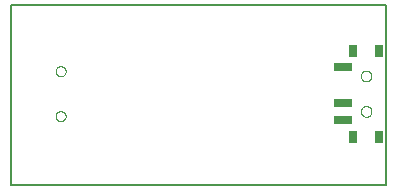
<source format=gbp>
G75*
%MOIN*%
%OFA0B0*%
%FSLAX25Y25*%
%IPPOS*%
%LPD*%
%AMOC8*
5,1,8,0,0,1.08239X$1,22.5*
%
%ADD10C,0.00800*%
%ADD11C,0.00000*%
%ADD12R,0.05906X0.02756*%
%ADD13R,0.03150X0.03937*%
D10*
X0123333Y0058200D02*
X0248333Y0058200D01*
X0248333Y0118200D01*
X0123333Y0118200D01*
X0123333Y0058200D01*
D11*
X0138322Y0081220D02*
X0138324Y0081301D01*
X0138330Y0081383D01*
X0138340Y0081464D01*
X0138354Y0081544D01*
X0138371Y0081623D01*
X0138393Y0081702D01*
X0138418Y0081779D01*
X0138447Y0081856D01*
X0138480Y0081930D01*
X0138517Y0082003D01*
X0138556Y0082074D01*
X0138600Y0082143D01*
X0138646Y0082210D01*
X0138696Y0082274D01*
X0138749Y0082336D01*
X0138805Y0082396D01*
X0138863Y0082452D01*
X0138925Y0082506D01*
X0138989Y0082557D01*
X0139055Y0082604D01*
X0139123Y0082648D01*
X0139194Y0082689D01*
X0139266Y0082726D01*
X0139341Y0082760D01*
X0139416Y0082790D01*
X0139494Y0082816D01*
X0139572Y0082839D01*
X0139651Y0082857D01*
X0139731Y0082872D01*
X0139812Y0082883D01*
X0139893Y0082890D01*
X0139975Y0082893D01*
X0140056Y0082892D01*
X0140137Y0082887D01*
X0140218Y0082878D01*
X0140299Y0082865D01*
X0140379Y0082848D01*
X0140457Y0082828D01*
X0140535Y0082803D01*
X0140612Y0082775D01*
X0140687Y0082743D01*
X0140760Y0082708D01*
X0140831Y0082669D01*
X0140901Y0082626D01*
X0140968Y0082581D01*
X0141034Y0082532D01*
X0141096Y0082480D01*
X0141156Y0082424D01*
X0141213Y0082366D01*
X0141268Y0082306D01*
X0141319Y0082242D01*
X0141367Y0082177D01*
X0141412Y0082109D01*
X0141454Y0082039D01*
X0141492Y0081967D01*
X0141527Y0081893D01*
X0141558Y0081818D01*
X0141585Y0081741D01*
X0141608Y0081663D01*
X0141628Y0081584D01*
X0141644Y0081504D01*
X0141656Y0081423D01*
X0141664Y0081342D01*
X0141668Y0081261D01*
X0141668Y0081179D01*
X0141664Y0081098D01*
X0141656Y0081017D01*
X0141644Y0080936D01*
X0141628Y0080856D01*
X0141608Y0080777D01*
X0141585Y0080699D01*
X0141558Y0080622D01*
X0141527Y0080547D01*
X0141492Y0080473D01*
X0141454Y0080401D01*
X0141412Y0080331D01*
X0141367Y0080263D01*
X0141319Y0080198D01*
X0141268Y0080134D01*
X0141213Y0080074D01*
X0141156Y0080016D01*
X0141096Y0079960D01*
X0141034Y0079908D01*
X0140968Y0079859D01*
X0140901Y0079814D01*
X0140832Y0079771D01*
X0140760Y0079732D01*
X0140687Y0079697D01*
X0140612Y0079665D01*
X0140535Y0079637D01*
X0140457Y0079612D01*
X0140379Y0079592D01*
X0140299Y0079575D01*
X0140218Y0079562D01*
X0140137Y0079553D01*
X0140056Y0079548D01*
X0139975Y0079547D01*
X0139893Y0079550D01*
X0139812Y0079557D01*
X0139731Y0079568D01*
X0139651Y0079583D01*
X0139572Y0079601D01*
X0139494Y0079624D01*
X0139416Y0079650D01*
X0139341Y0079680D01*
X0139266Y0079714D01*
X0139194Y0079751D01*
X0139123Y0079792D01*
X0139055Y0079836D01*
X0138989Y0079883D01*
X0138925Y0079934D01*
X0138863Y0079988D01*
X0138805Y0080044D01*
X0138749Y0080104D01*
X0138696Y0080166D01*
X0138646Y0080230D01*
X0138600Y0080297D01*
X0138556Y0080366D01*
X0138517Y0080437D01*
X0138480Y0080510D01*
X0138447Y0080584D01*
X0138418Y0080661D01*
X0138393Y0080738D01*
X0138371Y0080817D01*
X0138354Y0080896D01*
X0138340Y0080976D01*
X0138330Y0081057D01*
X0138324Y0081139D01*
X0138322Y0081220D01*
X0138322Y0096180D02*
X0138324Y0096261D01*
X0138330Y0096343D01*
X0138340Y0096424D01*
X0138354Y0096504D01*
X0138371Y0096583D01*
X0138393Y0096662D01*
X0138418Y0096739D01*
X0138447Y0096816D01*
X0138480Y0096890D01*
X0138517Y0096963D01*
X0138556Y0097034D01*
X0138600Y0097103D01*
X0138646Y0097170D01*
X0138696Y0097234D01*
X0138749Y0097296D01*
X0138805Y0097356D01*
X0138863Y0097412D01*
X0138925Y0097466D01*
X0138989Y0097517D01*
X0139055Y0097564D01*
X0139123Y0097608D01*
X0139194Y0097649D01*
X0139266Y0097686D01*
X0139341Y0097720D01*
X0139416Y0097750D01*
X0139494Y0097776D01*
X0139572Y0097799D01*
X0139651Y0097817D01*
X0139731Y0097832D01*
X0139812Y0097843D01*
X0139893Y0097850D01*
X0139975Y0097853D01*
X0140056Y0097852D01*
X0140137Y0097847D01*
X0140218Y0097838D01*
X0140299Y0097825D01*
X0140379Y0097808D01*
X0140457Y0097788D01*
X0140535Y0097763D01*
X0140612Y0097735D01*
X0140687Y0097703D01*
X0140760Y0097668D01*
X0140831Y0097629D01*
X0140901Y0097586D01*
X0140968Y0097541D01*
X0141034Y0097492D01*
X0141096Y0097440D01*
X0141156Y0097384D01*
X0141213Y0097326D01*
X0141268Y0097266D01*
X0141319Y0097202D01*
X0141367Y0097137D01*
X0141412Y0097069D01*
X0141454Y0096999D01*
X0141492Y0096927D01*
X0141527Y0096853D01*
X0141558Y0096778D01*
X0141585Y0096701D01*
X0141608Y0096623D01*
X0141628Y0096544D01*
X0141644Y0096464D01*
X0141656Y0096383D01*
X0141664Y0096302D01*
X0141668Y0096221D01*
X0141668Y0096139D01*
X0141664Y0096058D01*
X0141656Y0095977D01*
X0141644Y0095896D01*
X0141628Y0095816D01*
X0141608Y0095737D01*
X0141585Y0095659D01*
X0141558Y0095582D01*
X0141527Y0095507D01*
X0141492Y0095433D01*
X0141454Y0095361D01*
X0141412Y0095291D01*
X0141367Y0095223D01*
X0141319Y0095158D01*
X0141268Y0095094D01*
X0141213Y0095034D01*
X0141156Y0094976D01*
X0141096Y0094920D01*
X0141034Y0094868D01*
X0140968Y0094819D01*
X0140901Y0094774D01*
X0140832Y0094731D01*
X0140760Y0094692D01*
X0140687Y0094657D01*
X0140612Y0094625D01*
X0140535Y0094597D01*
X0140457Y0094572D01*
X0140379Y0094552D01*
X0140299Y0094535D01*
X0140218Y0094522D01*
X0140137Y0094513D01*
X0140056Y0094508D01*
X0139975Y0094507D01*
X0139893Y0094510D01*
X0139812Y0094517D01*
X0139731Y0094528D01*
X0139651Y0094543D01*
X0139572Y0094561D01*
X0139494Y0094584D01*
X0139416Y0094610D01*
X0139341Y0094640D01*
X0139266Y0094674D01*
X0139194Y0094711D01*
X0139123Y0094752D01*
X0139055Y0094796D01*
X0138989Y0094843D01*
X0138925Y0094894D01*
X0138863Y0094948D01*
X0138805Y0095004D01*
X0138749Y0095064D01*
X0138696Y0095126D01*
X0138646Y0095190D01*
X0138600Y0095257D01*
X0138556Y0095326D01*
X0138517Y0095397D01*
X0138480Y0095470D01*
X0138447Y0095544D01*
X0138418Y0095621D01*
X0138393Y0095698D01*
X0138371Y0095777D01*
X0138354Y0095856D01*
X0138340Y0095936D01*
X0138330Y0096017D01*
X0138324Y0096099D01*
X0138322Y0096180D01*
X0240061Y0094606D02*
X0240063Y0094690D01*
X0240069Y0094773D01*
X0240079Y0094856D01*
X0240093Y0094939D01*
X0240110Y0095021D01*
X0240132Y0095102D01*
X0240157Y0095181D01*
X0240186Y0095260D01*
X0240219Y0095337D01*
X0240255Y0095412D01*
X0240295Y0095486D01*
X0240338Y0095558D01*
X0240385Y0095627D01*
X0240435Y0095694D01*
X0240488Y0095759D01*
X0240544Y0095821D01*
X0240602Y0095881D01*
X0240664Y0095938D01*
X0240728Y0095991D01*
X0240795Y0096042D01*
X0240864Y0096089D01*
X0240935Y0096134D01*
X0241008Y0096174D01*
X0241083Y0096211D01*
X0241160Y0096245D01*
X0241238Y0096275D01*
X0241317Y0096301D01*
X0241398Y0096324D01*
X0241480Y0096342D01*
X0241562Y0096357D01*
X0241645Y0096368D01*
X0241728Y0096375D01*
X0241812Y0096378D01*
X0241896Y0096377D01*
X0241979Y0096372D01*
X0242063Y0096363D01*
X0242145Y0096350D01*
X0242227Y0096334D01*
X0242308Y0096313D01*
X0242389Y0096289D01*
X0242467Y0096261D01*
X0242545Y0096229D01*
X0242621Y0096193D01*
X0242695Y0096154D01*
X0242767Y0096112D01*
X0242837Y0096066D01*
X0242905Y0096017D01*
X0242970Y0095965D01*
X0243033Y0095910D01*
X0243093Y0095852D01*
X0243151Y0095791D01*
X0243205Y0095727D01*
X0243257Y0095661D01*
X0243305Y0095593D01*
X0243350Y0095522D01*
X0243391Y0095449D01*
X0243430Y0095375D01*
X0243464Y0095299D01*
X0243495Y0095221D01*
X0243522Y0095142D01*
X0243546Y0095061D01*
X0243565Y0094980D01*
X0243581Y0094898D01*
X0243593Y0094815D01*
X0243601Y0094731D01*
X0243605Y0094648D01*
X0243605Y0094564D01*
X0243601Y0094481D01*
X0243593Y0094397D01*
X0243581Y0094314D01*
X0243565Y0094232D01*
X0243546Y0094151D01*
X0243522Y0094070D01*
X0243495Y0093991D01*
X0243464Y0093913D01*
X0243430Y0093837D01*
X0243391Y0093763D01*
X0243350Y0093690D01*
X0243305Y0093619D01*
X0243257Y0093551D01*
X0243205Y0093485D01*
X0243151Y0093421D01*
X0243093Y0093360D01*
X0243033Y0093302D01*
X0242970Y0093247D01*
X0242905Y0093195D01*
X0242837Y0093146D01*
X0242767Y0093100D01*
X0242695Y0093058D01*
X0242621Y0093019D01*
X0242545Y0092983D01*
X0242467Y0092951D01*
X0242389Y0092923D01*
X0242308Y0092899D01*
X0242227Y0092878D01*
X0242145Y0092862D01*
X0242063Y0092849D01*
X0241979Y0092840D01*
X0241896Y0092835D01*
X0241812Y0092834D01*
X0241728Y0092837D01*
X0241645Y0092844D01*
X0241562Y0092855D01*
X0241480Y0092870D01*
X0241398Y0092888D01*
X0241317Y0092911D01*
X0241238Y0092937D01*
X0241160Y0092967D01*
X0241083Y0093001D01*
X0241008Y0093038D01*
X0240935Y0093078D01*
X0240864Y0093123D01*
X0240795Y0093170D01*
X0240728Y0093221D01*
X0240664Y0093274D01*
X0240602Y0093331D01*
X0240544Y0093391D01*
X0240488Y0093453D01*
X0240435Y0093518D01*
X0240385Y0093585D01*
X0240338Y0093654D01*
X0240295Y0093726D01*
X0240255Y0093800D01*
X0240219Y0093875D01*
X0240186Y0093952D01*
X0240157Y0094031D01*
X0240132Y0094110D01*
X0240110Y0094191D01*
X0240093Y0094273D01*
X0240079Y0094356D01*
X0240069Y0094439D01*
X0240063Y0094522D01*
X0240061Y0094606D01*
X0240061Y0082794D02*
X0240063Y0082878D01*
X0240069Y0082961D01*
X0240079Y0083044D01*
X0240093Y0083127D01*
X0240110Y0083209D01*
X0240132Y0083290D01*
X0240157Y0083369D01*
X0240186Y0083448D01*
X0240219Y0083525D01*
X0240255Y0083600D01*
X0240295Y0083674D01*
X0240338Y0083746D01*
X0240385Y0083815D01*
X0240435Y0083882D01*
X0240488Y0083947D01*
X0240544Y0084009D01*
X0240602Y0084069D01*
X0240664Y0084126D01*
X0240728Y0084179D01*
X0240795Y0084230D01*
X0240864Y0084277D01*
X0240935Y0084322D01*
X0241008Y0084362D01*
X0241083Y0084399D01*
X0241160Y0084433D01*
X0241238Y0084463D01*
X0241317Y0084489D01*
X0241398Y0084512D01*
X0241480Y0084530D01*
X0241562Y0084545D01*
X0241645Y0084556D01*
X0241728Y0084563D01*
X0241812Y0084566D01*
X0241896Y0084565D01*
X0241979Y0084560D01*
X0242063Y0084551D01*
X0242145Y0084538D01*
X0242227Y0084522D01*
X0242308Y0084501D01*
X0242389Y0084477D01*
X0242467Y0084449D01*
X0242545Y0084417D01*
X0242621Y0084381D01*
X0242695Y0084342D01*
X0242767Y0084300D01*
X0242837Y0084254D01*
X0242905Y0084205D01*
X0242970Y0084153D01*
X0243033Y0084098D01*
X0243093Y0084040D01*
X0243151Y0083979D01*
X0243205Y0083915D01*
X0243257Y0083849D01*
X0243305Y0083781D01*
X0243350Y0083710D01*
X0243391Y0083637D01*
X0243430Y0083563D01*
X0243464Y0083487D01*
X0243495Y0083409D01*
X0243522Y0083330D01*
X0243546Y0083249D01*
X0243565Y0083168D01*
X0243581Y0083086D01*
X0243593Y0083003D01*
X0243601Y0082919D01*
X0243605Y0082836D01*
X0243605Y0082752D01*
X0243601Y0082669D01*
X0243593Y0082585D01*
X0243581Y0082502D01*
X0243565Y0082420D01*
X0243546Y0082339D01*
X0243522Y0082258D01*
X0243495Y0082179D01*
X0243464Y0082101D01*
X0243430Y0082025D01*
X0243391Y0081951D01*
X0243350Y0081878D01*
X0243305Y0081807D01*
X0243257Y0081739D01*
X0243205Y0081673D01*
X0243151Y0081609D01*
X0243093Y0081548D01*
X0243033Y0081490D01*
X0242970Y0081435D01*
X0242905Y0081383D01*
X0242837Y0081334D01*
X0242767Y0081288D01*
X0242695Y0081246D01*
X0242621Y0081207D01*
X0242545Y0081171D01*
X0242467Y0081139D01*
X0242389Y0081111D01*
X0242308Y0081087D01*
X0242227Y0081066D01*
X0242145Y0081050D01*
X0242063Y0081037D01*
X0241979Y0081028D01*
X0241896Y0081023D01*
X0241812Y0081022D01*
X0241728Y0081025D01*
X0241645Y0081032D01*
X0241562Y0081043D01*
X0241480Y0081058D01*
X0241398Y0081076D01*
X0241317Y0081099D01*
X0241238Y0081125D01*
X0241160Y0081155D01*
X0241083Y0081189D01*
X0241008Y0081226D01*
X0240935Y0081266D01*
X0240864Y0081311D01*
X0240795Y0081358D01*
X0240728Y0081409D01*
X0240664Y0081462D01*
X0240602Y0081519D01*
X0240544Y0081579D01*
X0240488Y0081641D01*
X0240435Y0081706D01*
X0240385Y0081773D01*
X0240338Y0081842D01*
X0240295Y0081914D01*
X0240255Y0081988D01*
X0240219Y0082063D01*
X0240186Y0082140D01*
X0240157Y0082219D01*
X0240132Y0082298D01*
X0240110Y0082379D01*
X0240093Y0082461D01*
X0240079Y0082544D01*
X0240069Y0082627D01*
X0240063Y0082710D01*
X0240061Y0082794D01*
D12*
X0233959Y0079842D03*
X0233959Y0085747D03*
X0233959Y0097558D03*
D13*
X0237503Y0103070D03*
X0246164Y0103070D03*
X0246164Y0074330D03*
X0237503Y0074330D03*
M02*

</source>
